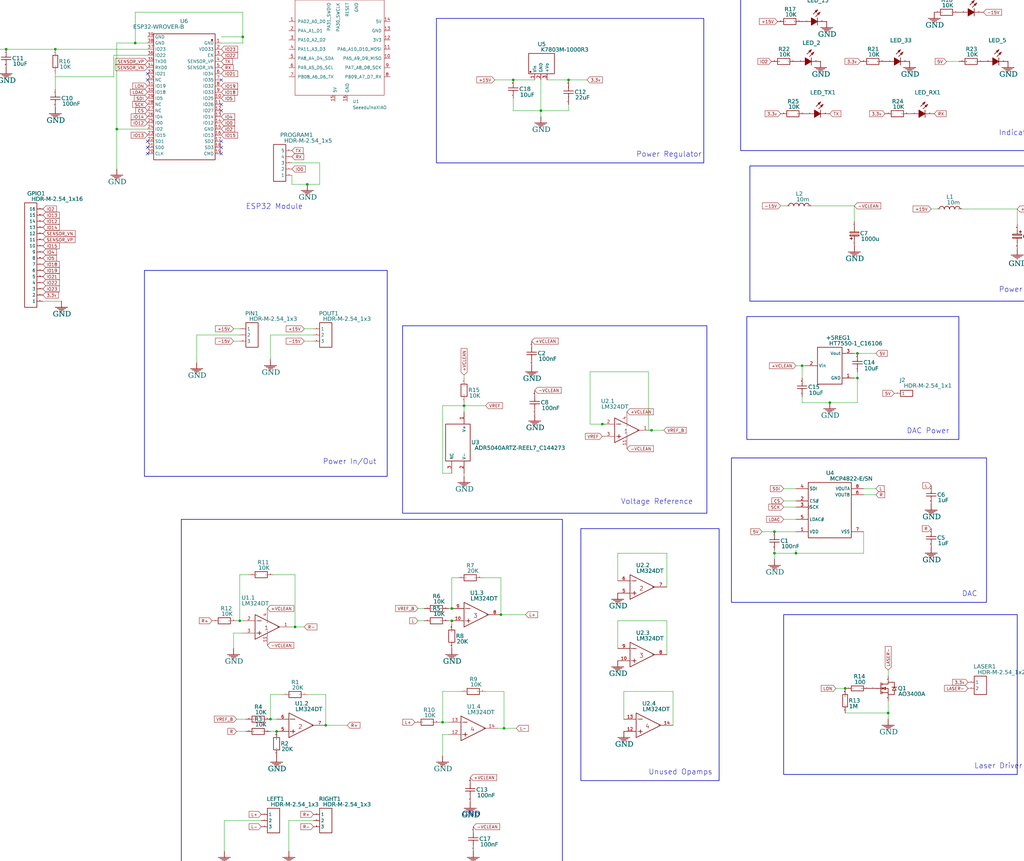
<source format=kicad_sch>
(kicad_sch (version 20231120) (generator "eeschema") (generator_version "8.0")
  (paper "User" 423.164 355.854)
  (junction (at 208.28 300.99))
  (junction (at 234.95 33.02))
  (junction (at 354.33 156.21))
  (junction (at 320.04 219.71))
  (junction (at 22.86 20.32))
  (junction (at 207.01 254))
  (junction (at 182.88 298.45))
  (junction (at 99.06 256.54))
  (junction (at 349.25 284.48))
  (junction (at 342.9 166.37))
  (junction (at 111.76 297.18))
  (junction (at 55.88 17.78))
  (junction (at 186.69 251.46))
  (junction (at 100.33 15.24))
  (junction (at 354.33 146.05))
  (junction (at 367.03 294.64))
  (junction (at 121.92 259.08))
  (junction (at 223.52 45.72))
  (junction (at 2.54 20.32))
  (junction (at 134.62 299.72))
  (junction (at 48.26 53.34))
  (junction (at 269.24 177.8))
  (junction (at 212.09 33.02))
  (junction (at 248.92 175.26))
  (junction (at 320.04 228.6))
  (junction (at 186.69 256.54))
  (junction (at 328.93 228.6))
  (junction (at 331.47 151.13))
  (junction (at 127 76.2))
  (junction (at 114.3 302.26))
  (junction (at 191.77 167.64))
  (no_connect (at 60.96 63.5))
  (no_connect (at 91.44 33.02))
  (no_connect (at 60.96 60.96))
  (no_connect (at 60.96 33.02))
  (no_connect (at 91.44 58.42))
  (no_connect (at 91.44 45.72))
  (no_connect (at 91.44 60.96))
  (no_connect (at 60.96 58.42))
  (no_connect (at 91.44 43.18))
  (no_connect (at 60.96 30.48))
  (no_connect (at 91.44 63.5))
  (wire (pts (xy 127 76.2) (xy 120.65 76.2)))
  (wire (pts (xy 92.71 339.09) (xy 107.95 339.09)))
  (wire (pts (xy 191.77 154.94) (xy 191.77 156.21)))
  (wire (pts (xy 243.84 153.67) (xy 243.84 175.26)))
  (wire (pts (xy 328.93 228.6) (xy 320.04 228.6)))
  (wire (pts (xy 172.72 256.54) (xy 175.26 256.54)))
  (wire (pts (xy 60.96 22.86) (xy 46.99 22.86)))
  (wire (pts (xy 134.62 287.02) (xy 127 287.02)))
  (wire (pts (xy 397.51 86.36) (xy 420.37 86.36)))
  (wire (pts (xy 186.69 238.76) (xy 186.69 251.46)))
  (wire (pts (xy 356.87 201.93) (xy 361.95 201.93)))
  (wire (pts (xy 269.24 177.8) (xy 267.97 177.8)))
  (wire (pts (xy 223.52 45.72) (xy 223.52 48.26)))
  (wire (pts (xy 314.96 219.71) (xy 320.04 219.71)))
  (wire (pts (xy 335.28 85.09) (xy 353.06 85.09)))
  (wire (pts (xy 22.86 30.48) (xy 22.86 36.83)))
  (wire (pts (xy 100.33 17.78) (xy 100.33 15.24)))
  (wire (pts (xy 97.79 256.54) (xy 99.06 256.54)))
  (wire (pts (xy 396.24 25.4) (xy 391.16 25.4)))
  (wire (pts (xy 48.26 17.78) (xy 55.88 17.78)))
  (wire (pts (xy 331.47 163.83) (xy 331.47 166.37)))
  (wire (pts (xy 278.13 299.72) (xy 278.13 285.75)))
  (wire (pts (xy 120.65 76.2) (xy 120.65 72.39)))
  (wire (pts (xy 255.27 228.6) (xy 255.27 240.03)))
  (wire (pts (xy 129.54 138.43) (xy 111.76 138.43)))
  (wire (pts (xy 356.87 228.6) (xy 328.93 228.6)))
  (wire (pts (xy 234.95 33.02) (xy 226.06 33.02)))
  (wire (pts (xy 243.84 175.26) (xy 248.92 175.26)))
  (wire (pts (xy 342.9 166.37) (xy 354.33 166.37)))
  (wire (pts (xy 328.93 209.55) (xy 323.85 209.55)))
  (wire (pts (xy 212.09 33.02) (xy 204.47 33.02)))
  (wire (pts (xy 55.88 5.08) (xy 55.88 17.78)))
  (wire (pts (xy 134.62 299.72) (xy 134.62 287.02)))
  (wire (pts (xy 191.77 195.58) (xy 191.77 196.85)))
  (wire (pts (xy 353.06 156.21) (xy 354.33 156.21)))
  (wire (pts (xy 119.38 339.09) (xy 129.54 339.09)))
  (wire (pts (xy 255.27 256.54) (xy 255.27 267.97)))
  (wire (pts (xy 353.06 85.09) (xy 353.06 91.44)))
  (wire (pts (xy 223.52 33.02) (xy 223.52 45.72)))
  (wire (pts (xy 207.01 254) (xy 207.01 238.76)))
  (wire (pts (xy 111.76 138.43) (xy 111.76 148.59)))
  (wire (pts (xy 354.33 166.37) (xy 354.33 156.21)))
  (wire (pts (xy 331.47 156.21) (xy 331.47 151.13)))
  (wire (pts (xy 328.93 207.01) (xy 323.85 207.01)))
  (wire (pts (xy 113.03 237.49) (xy 121.92 237.49)))
  (wire (pts (xy 331.47 166.37) (xy 342.9 166.37)))
  (wire (pts (xy 275.59 228.6) (xy 255.27 228.6)))
  (wire (pts (xy 190.5 285.75) (xy 182.88 285.75)))
  (wire (pts (xy 328.93 151.13) (xy 331.47 151.13)))
  (wire (pts (xy 328.93 214.63) (xy 323.85 214.63)))
  (wire (pts (xy 349.25 294.64) (xy 367.03 294.64)))
  (wire (pts (xy 384.81 86.36) (xy 387.35 86.36)))
  (wire (pts (xy 267.97 153.67) (xy 243.84 153.67)))
  (wire (pts (xy 99.06 135.89) (xy 96.52 135.89)))
  (wire (pts (xy 143.51 299.72) (xy 134.62 299.72)))
  (wire (pts (xy 55.88 17.78) (xy 60.96 17.78)))
  (wire (pts (xy 267.97 177.8) (xy 267.97 153.67)))
  (wire (pts (xy 185.42 298.45) (xy 182.88 298.45)))
  (wire (pts (xy 172.72 251.46) (xy 175.26 251.46)))
  (wire (pts (xy 191.77 167.64) (xy 191.77 170.18)))
  (wire (pts (xy 186.69 257.81) (xy 186.69 256.54)))
  (wire (pts (xy 97.79 297.18) (xy 101.6 297.18)))
  (wire (pts (xy 212.09 45.72) (xy 223.52 45.72)))
  (wire (pts (xy 367.03 276.86) (xy 367.03 279.4)))
  (wire (pts (xy 100.33 15.24) (xy 100.33 5.08)))
  (wire (pts (xy 320.04 231.14) (xy 320.04 228.6)))
  (wire (pts (xy 22.86 20.32) (xy 60.96 20.32)))
  (wire (pts (xy 248.92 175.26) (xy 250.19 175.26)))
  (wire (pts (xy 81.28 138.43) (xy 81.28 149.86)))
  (wire (pts (xy 46.99 31.75) (xy 22.86 31.75)))
  (wire (pts (xy 275.59 270.51) (xy 275.59 256.54)))
  (wire (pts (xy 102.87 237.49) (xy 99.06 237.49)))
  (wire (pts (xy 320.04 228.6) (xy 320.04 227.33)))
  (wire (pts (xy 129.54 140.97) (xy 125.73 140.97)))
  (wire (pts (xy 208.28 285.75) (xy 200.66 285.75)))
  (wire (pts (xy 328.93 227.33) (xy 328.93 228.6)))
  (wire (pts (xy 212.09 40.64) (xy 212.09 45.72)))
  (wire (pts (xy 323.85 201.93) (xy 328.93 201.93)))
  (wire (pts (xy 96.52 261.62) (xy 96.52 267.97)))
  (wire (pts (xy 101.6 302.26) (xy 97.79 302.26)))
  (wire (pts (xy 182.88 167.64) (xy 191.77 167.64)))
  (wire (pts (xy 91.44 17.78) (xy 100.33 17.78)))
  (wire (pts (xy 367.03 297.18) (xy 367.03 294.64)))
  (wire (pts (xy 322.58 85.09) (xy 325.12 85.09)))
  (wire (pts (xy 121.92 237.49) (xy 121.92 259.08)))
  (wire (pts (xy 217.17 254) (xy 207.01 254)))
  (wire (pts (xy 242.57 33.02) (xy 234.95 33.02)))
  (wire (pts (xy 185.42 303.53) (xy 182.88 303.53)))
  (wire (pts (xy 182.88 303.53) (xy 182.88 312.42)))
  (wire (pts (xy 420.37 86.36) (xy 420.37 92.71)))
  (wire (pts (xy 275.59 242.57) (xy 275.59 228.6)))
  (wire (pts (xy 269.24 177.8) (xy 274.32 177.8)))
  (wire (pts (xy 331.47 151.13) (xy 332.74 151.13)))
  (wire (pts (xy 99.06 138.43) (xy 81.28 138.43)))
  (wire (pts (xy 119.38 351.79) (xy 119.38 339.09)))
  (wire (pts (xy 257.81 285.75) (xy 257.81 297.18)))
  (wire (pts (xy 116.84 287.02) (xy 111.76 287.02)))
  (wire (pts (xy 367.03 294.64) (xy 367.03 289.56)))
  (wire (pts (xy 182.88 285.75) (xy 182.88 298.45)))
  (wire (pts (xy 345.44 284.48) (xy 349.25 284.48)))
  (wire (pts (xy 48.26 53.34) (xy 48.26 69.85)))
  (wire (pts (xy 92.71 351.79) (xy 92.71 339.09)))
  (wire (pts (xy 25.4 124.46) (xy 17.78 124.46)))
  (wire (pts (xy 48.26 53.34) (xy 48.26 17.78)))
  (wire (pts (xy 129.54 135.89) (xy 125.73 135.89)))
  (wire (pts (xy 99.06 140.97) (xy 96.52 140.97)))
  (wire (pts (xy 121.92 259.08) (xy 120.65 259.08)))
  (wire (pts (xy 2.54 20.32) (xy 22.86 20.32)))
  (wire (pts (xy 91.44 15.24) (xy 100.33 15.24)))
  (wire (pts (xy 208.28 300.99) (xy 205.74 300.99)))
  (wire (pts (xy 182.88 195.58) (xy 182.88 167.64)))
  (wire (pts (xy 186.69 256.54) (xy 185.42 256.54)))
  (wire (pts (xy 125.73 259.08) (xy 121.92 259.08)))
  (wire (pts (xy 207.01 238.76) (xy 199.39 238.76)))
  (wire (pts (xy 361.95 146.05) (xy 354.33 146.05)))
  (wire (pts (xy 278.13 285.75) (xy 257.81 285.75)))
  (wire (pts (xy 356.87 219.71) (xy 356.87 228.6)))
  (wire (pts (xy 100.33 5.08) (xy 55.88 5.08)))
  (wire (pts (xy 208.28 285.75) (xy 208.28 300.99)))
  (wire (pts (xy 354.33 146.05) (xy 353.06 146.05)))
  (wire (pts (xy 200.66 167.64) (xy 191.77 167.64)))
  (wire (pts (xy -2.54 20.32) (xy 2.54 20.32)))
  (wire (pts (xy 186.69 195.58) (xy 182.88 195.58)))
  (wire (pts (xy 132.08 67.31) (xy 132.08 76.2)))
  (wire (pts (xy 182.88 298.45) (xy 181.61 298.45)))
  (wire (pts (xy 356.87 204.47) (xy 361.95 204.47)))
  (wire (pts (xy 60.96 53.34) (xy 48.26 53.34)))
  (wire (pts (xy 100.33 261.62) (xy 96.52 261.62)))
  (wire (pts (xy 234.95 43.18) (xy 234.95 45.72)))
  (wire (pts (xy 46.99 22.86) (xy 46.99 31.75)))
  (wire (pts (xy 320.04 219.71) (xy 328.93 219.71)))
  (wire (pts (xy 220.98 33.02) (xy 212.09 33.02)))
  (wire (pts (xy 191.77 166.37) (xy 191.77 167.64)))
  (wire (pts (xy 275.59 256.54) (xy 255.27 256.54)))
  (wire (pts (xy 111.76 297.18) (xy 114.3 297.18)))
  (wire (pts (xy 213.36 300.99) (xy 208.28 300.99)))
  (wire (pts (xy 99.06 237.49) (xy 99.06 256.54)))
  (wire (pts (xy 111.76 302.26) (xy 114.3 302.26)))
  (wire (pts (xy 234.95 45.72) (xy 223.52 45.72)))
  (wire (pts (xy 120.65 67.31) (xy 132.08 67.31)))
  (wire (pts (xy 186.69 251.46) (xy 185.42 251.46)))
  (wire (pts (xy 189.23 238.76) (xy 186.69 238.76)))
  (wire (pts (xy 99.06 256.54) (xy 100.33 256.54)))
  (wire (pts (xy 354.33 156.21) (xy 354.33 153.67)))
  (wire (pts (xy 111.76 287.02) (xy 111.76 297.18)))
  (wire (pts (xy 132.08 76.2) (xy 127 76.2)))
  (rectangle (start 59.69 111.76) (end 160.02 196.85) (stroke (width 0.254)))
  (rectangle (start 323.85 254) (end 420.37 320.04) (stroke (width 0.254)))
  (rectangle (start 306.07 -7.62) (end 445.77 62.23) (stroke (width 0.254)))
  (rectangle (start 166.37 134.62) (end 292.1 212.09) (stroke (width 0.254)))
  (rectangle (start 74.93 214.63) (end 232.41 369.57) (stroke (width 0.254)))
  (rectangle (start 308.61 130.81) (end 396.24 181.61) (stroke (width 0.254)))
  (rectangle (start 302.26 189.23) (end 407.67 248.92) (stroke (width 0.254)))
  (rectangle (start 180.34 7.62) (end 290.83 67.31) (stroke (width 0.254)))
  (rectangle (start 240.03 218.44) (end 297.18 322.58) (stroke (width 0.254)))
  (rectangle (start 309.88 68.58) (end 448.31 124.46) (stroke (width 0.254)))
  (text "ESP32 Module" (at 101.6 84.1883 0) (effects (font (size 2.1717 2.1717)) (justify left top)))
  (text "Power Regulator" (at 262.89 62.5983 0) (effects (font (size 2.1717 2.1717)) (justify left top)))
  (text "Voltage Reference" (at 256.54 206.1083 0) (effects (font (size 2.1717 2.1717)) (justify left top)))
  (text "Power In/Out" (at 133.35 189.5983 0) (effects (font (size 2.1717 2.1717)) (justify left top)))
  (text "GND" (at 191.008 335.9023 0) (effects (font (size 2.1717 2.1717)) (justify left top)))
  (text "Indicator LEDs" (at 412.75 53.7083 0) (effects (font (size 2.1717 2.1717)) (justify left top)))
  (text "Unused Opamps" (at 267.97 317.8683 0) (effects (font (size 2.1717 2.1717)) (justify left top)))
  (text "DAC" (at 397.51 244.2083 0) (effects (font (size 2.1717 2.1717)) (justify left top)))
  (text "Laser Driver" (at 402.59 315.3283 0) (effects (font (size 2.1717 2.1717)) (justify left top)))
  (text "Output Drivers" (at 203.2 361.0483 0) (effects (font (size 2.1717 2.1717)) (justify left top)))
  (text "DAC Power" (at 374.65 176.8983 0) (effects (font (size 2.1717 2.1717)) (justify left top)))
  (text "Power Conditioning" (at 412.75 118.4783 0) (effects (font (size 2.1717 2.1717)) (justify left top)))
  (global_label "R+" (shape input) (at 129.54 336.55 180) (property "Intersheetrefs" "${INTERSHEET_REFS}" (effects (hide yes))))
  (global_label "-15V" (shape input) (at 406.4 5.08 0) (property "Intersheetrefs" "${INTERSHEET_REFS}" (effects (hide yes))))
  (global_label "+VCLEAN" (shape input) (at 328.93 151.13 180) (property "Intersheetrefs" "${INTERSHEET_REFS}" (effects (hide yes))))
  (global_label "SENSOR_VP" (shape input) (at 60.96 25.4 180) (property "Intersheetrefs" "${INTERSHEET_REFS}" (effects (hide yes))))
  (global_label "IO2" (shape input) (at 318.77 25.4 180) (property "Intersheetrefs" "${INTERSHEET_REFS}" (effects (hide yes))))
  (global_label "+VCLEAN" (shape input) (at 219.71 140.97 0) (property "Intersheetrefs" "${INTERSHEET_REFS}" (effects (hide yes))))
  (global_label "3.3v" (shape input) (at -2.54 20.32 180) (property "Intersheetrefs" "${INTERSHEET_REFS}" (effects (hide yes))))
  (global_label "+15V" (shape input) (at 384.81 86.36 180) (property "Intersheetrefs" "${INTERSHEET_REFS}" (effects (hide yes))))
  (global_label "LASER-" (shape input) (at 367.03 276.86 90) (property "Intersheetrefs" "${INTERSHEET_REFS}" (effects (hide yes))))
  (global_label "IO13" (shape input) (at 60.96 55.88 180) (property "Intersheetrefs" "${INTERSHEET_REFS}" (effects (hide yes))))
  (global_label "-VCLEAN" (shape input) (at 353.06 85.09 0) (property "Intersheetrefs" "${INTERSHEET_REFS}" (effects (hide yes))))
  (global_label "LON" (shape input) (at 345.44 284.48 180) (property "Intersheetrefs" "${INTERSHEET_REFS}" (effects (hide yes))))
  (global_label "3.3v" (shape input) (at 365.76 46.99 180) (property "Intersheetrefs" "${INTERSHEET_REFS}" (effects (hide yes))))
  (global_label "IO0" (shape input) (at 91.44 50.8 0) (property "Intersheetrefs" "${INTERSHEET_REFS}" (effects (hide yes))))
  (global_label "TX" (shape input) (at 120.65 62.23 0) (property "Intersheetrefs" "${INTERSHEET_REFS}" (effects (hide yes))))
  (global_label "+VCLEAN" (shape input) (at 191.77 154.94 90) (property "Intersheetrefs" "${INTERSHEET_REFS}" (effects (hide yes))))
  (global_label "IO13" (shape input) (at 17.78 88.9 0) (property "Intersheetrefs" "${INTERSHEET_REFS}" (effects (hide yes))))
  (global_label "IO5" (shape input) (at 17.78 106.68 0) (property "Intersheetrefs" "${INTERSHEET_REFS}" (effects (hide yes))))
  (global_label "VREF" (shape input) (at 200.66 167.64 0) (property "Intersheetrefs" "${INTERSHEET_REFS}" (effects (hide yes))))
  (global_label "IO0" (shape input) (at 120.65 69.85 0) (property "Intersheetrefs" "${INTERSHEET_REFS}" (effects (hide yes))))
  (global_label "IO18" (shape input) (at 17.78 109.22 0) (property "Intersheetrefs" "${INTERSHEET_REFS}" (effects (hide yes))))
  (global_label "IO19" (shape input) (at 17.78 111.76 0) (property "Intersheetrefs" "${INTERSHEET_REFS}" (effects (hide yes))))
  (global_label "VREF" (shape input) (at 248.92 180.34 180) (property "Intersheetrefs" "${INTERSHEET_REFS}" (effects (hide yes))))
  (global_label "SDI" (shape input) (at 60.96 40.64 180) (property "Intersheetrefs" "${INTERSHEET_REFS}" (effects (hide yes))))
  (global_label "RX" (shape input) (at 91.44 27.94 0) (property "Intersheetrefs" "${INTERSHEET_REFS}" (effects (hide yes))))
  (global_label "R" (shape input) (at 384.81 218.44 180) (property "Intersheetrefs" "${INTERSHEET_REFS}" (effects (hide yes))))
  (global_label "5V" (shape input) (at 369.57 162.56 180) (property "Intersheetrefs" "${INTERSHEET_REFS}" (effects (hide yes))))
  (global_label "IO12" (shape input) (at 17.78 91.44 0) (property "Intersheetrefs" "${INTERSHEET_REFS}" (effects (hide yes))))
  (global_label "SENSOR_VN" (shape input) (at 17.78 96.52 0) (property "Intersheetrefs" "${INTERSHEET_REFS}" (effects (hide yes))))
  (global_label "L+" (shape input) (at 107.95 336.55 180) (property "Intersheetrefs" "${INTERSHEET_REFS}" (effects (hide yes))))
  (global_label "-VCLEAN" (shape input) (at 110.49 266.7 0) (property "Intersheetrefs" "${INTERSHEET_REFS}" (effects (hide yes))))
  (global_label "IO18" (shape input) (at 91.44 38.1 0) (property "Intersheetrefs" "${INTERSHEET_REFS}" (effects (hide yes))))
  (global_label "R+" (shape input) (at 87.63 256.54 180) (property "Intersheetrefs" "${INTERSHEET_REFS}" (effects (hide yes))))
  (global_label "IO19" (shape input) (at 91.44 35.56 0) (property "Intersheetrefs" "${INTERSHEET_REFS}" (effects (hide yes))))
  (global_label "VREF_B" (shape input) (at 274.32 177.8 0) (property "Intersheetrefs" "${INTERSHEET_REFS}" (effects (hide yes))))
  (global_label "SDI" (shape input) (at 323.85 201.93 180) (property "Intersheetrefs" "${INTERSHEET_REFS}" (effects (hide yes))))
  (global_label "3.3v" (shape input) (at 400.05 281.94 180) (property "Intersheetrefs" "${INTERSHEET_REFS}" (effects (hide yes))))
  (global_label "IO5" (shape input) (at 91.44 40.64 0) (property "Intersheetrefs" "${INTERSHEET_REFS}" (effects (hide yes))))
  (global_label "L" (shape input) (at 361.95 201.93 0) (property "Intersheetrefs" "${INTERSHEET_REFS}" (effects (hide yes))))
  (global_label "+15V" (shape input) (at 321.31 8.89 180) (property "Intersheetrefs" "${INTERSHEET_REFS}" (effects (hide yes))))
  (global_label "LDAC" (shape input) (at 323.85 214.63 180) (property "Intersheetrefs" "${INTERSHEET_REFS}" (effects (hide yes))))
  (global_label "SCK" (shape input) (at 60.96 43.18 180) (property "Intersheetrefs" "${INTERSHEET_REFS}" (effects (hide yes))))
  (global_label "L+" (shape input) (at 217.17 254 0) (property "Intersheetrefs" "${INTERSHEET_REFS}" (effects (hide yes))))
  (global_label "L" (shape input) (at 172.72 256.54 180) (property "Intersheetrefs" "${INTERSHEET_REFS}" (effects (hide yes))))
  (global_label "+15V" (shape input) (at 125.73 135.89 180) (property "Intersheetrefs" "${INTERSHEET_REFS}" (effects (hide yes))))
  (global_label "IO4" (shape input) (at 91.44 48.26 0) (property "Intersheetrefs" "${INTERSHEET_REFS}" (effects (hide yes))))
  (global_label "TX" (shape input) (at 342.9 46.99 0) (property "Intersheetrefs" "${INTERSHEET_REFS}" (effects (hide yes))))
  (global_label "LDAC" (shape input) (at 60.96 38.1 180) (property "Intersheetrefs" "${INTERSHEET_REFS}" (effects (hide yes))))
  (global_label "IO15" (shape input) (at 17.78 101.6 0) (property "Intersheetrefs" "${INTERSHEET_REFS}" (effects (hide yes))))
  (global_label "5V" (shape input) (at 391.16 25.4 180) (property "Intersheetrefs" "${INTERSHEET_REFS}" (effects (hide yes))))
  (global_label "+15V" (shape input) (at 204.47 33.02 180) (property "Intersheetrefs" "${INTERSHEET_REFS}" (effects (hide yes))))
  (global_label "R+" (shape input) (at 143.51 299.72 0) (property "Intersheetrefs" "${INTERSHEET_REFS}" (effects (hide yes))))
  (global_label "+VCLEAN" (shape input) (at 110.49 251.46 0) (property "Intersheetrefs" "${INTERSHEET_REFS}" (effects (hide yes))))
  (global_label "-15V" (shape input) (at 96.52 140.97 180) (property "Intersheetrefs" "${INTERSHEET_REFS}" (effects (hide yes))))
  (global_label "IO23" (shape input) (at 17.78 119.38 0) (property "Intersheetrefs" "${INTERSHEET_REFS}" (effects (hide yes))))
  (global_label "R-" (shape input) (at 125.73 259.08 0) (property "Intersheetrefs" "${INTERSHEET_REFS}" (effects (hide yes))))
  (global_label "LON" (shape input) (at 60.96 35.56 180) (property "Intersheetrefs" "${INTERSHEET_REFS}" (effects (hide yes))))
  (global_label "-VCLEAN" (shape input) (at 220.98 161.29 0) (property "Intersheetrefs" "${INTERSHEET_REFS}" (effects (hide yes))))
  (global_label "-VCLEAN" (shape input) (at 195.58 341.63 0) (property "Intersheetrefs" "${INTERSHEET_REFS}" (effects (hide yes))))
  (global_label "IO4" (shape input) (at 17.78 104.14 0) (property "Intersheetrefs" "${INTERSHEET_REFS}" (effects (hide yes))))
  (global_label "IO14" (shape input) (at 60.96 48.26 180) (property "Intersheetrefs" "${INTERSHEET_REFS}" (effects (hide yes))))
  (global_label "-15V" (shape input) (at 322.58 85.09 180) (property "Intersheetrefs" "${INTERSHEET_REFS}" (effects (hide yes))))
  (global_label "IO15" (shape input) (at 91.44 55.88 0) (property "Intersheetrefs" "${INTERSHEET_REFS}" (effects (hide yes))))
  (global_label "L-" (shape input) (at 107.95 341.63 180) (property "Intersheetrefs" "${INTERSHEET_REFS}" (effects (hide yes))))
  (global_label "SENSOR_VP" (shape input) (at 17.78 99.06 0) (property "Intersheetrefs" "${INTERSHEET_REFS}" (effects (hide yes))))
  (global_label "SENSOR_VN" (shape input) (at 60.96 27.94 180) (property "Intersheetrefs" "${INTERSHEET_REFS}" (effects (hide yes))))
  (global_label "+15V" (shape input) (at 96.52 135.89 180) (property "Intersheetrefs" "${INTERSHEET_REFS}" (effects (hide yes))))
  (global_label "5V" (shape input) (at 361.95 146.05 0) (property "Intersheetrefs" "${INTERSHEET_REFS}" (effects (hide yes))))
  (global_label "IO12" (shape input) (at 60.96 50.8 180) (property "Intersheetrefs" "${INTERSHEET_REFS}" (effects (hide yes))))
  (global_label "+VCLEAN" (shape input) (at 259.08 170.18 0) (property "Intersheetrefs" "${INTERSHEET_REFS}" (effects (hide yes))))
  (global_label "CS" (shape input) (at 323.85 207.01 180) (property "Intersheetrefs" "${INTERSHEET_REFS}" (effects (hide yes))))
  (global_label "LASER-" (shape input) (at 400.05 284.48 180) (property "Intersheetrefs" "${INTERSHEET_REFS}" (effects (hide yes))))
  (global_label "RX" (shape input) (at 120.65 64.77 0) (property "Intersheetrefs" "${INTERSHEET_REFS}" (effects (hide yes))))
  (global_label "IO22" (shape input) (at 91.44 22.86 0) (property "Intersheetrefs" "${INTERSHEET_REFS}" (effects (hide yes))))
  (global_label "VREF_B" (shape input) (at 172.72 251.46 180) (property "Intersheetrefs" "${INTERSHEET_REFS}" (effects (hide yes))))
  (global_label "IO14" (shape input) (at 17.78 93.98 0) (property "Intersheetrefs" "${INTERSHEET_REFS}" (effects (hide yes))))
  (global_label "+VCLEAN" (shape input) (at 420.37 86.36 0) (property "Intersheetrefs" "${INTERSHEET_REFS}" (effects (hide yes))))
  (global_label "+VCLEAN" (shape input) (at 194.31 321.31 0) (property "Intersheetrefs" "${INTERSHEET_REFS}" (effects (hide yes))))
  (global_label "IO2" (shape input) (at 17.78 86.36 0) (property "Intersheetrefs" "${INTERSHEET_REFS}" (effects (hide yes))))
  (global_label "R" (shape input) (at 97.79 302.26 180) (property "Intersheetrefs" "${INTERSHEET_REFS}" (effects (hide yes))))
  (global_label "IO21" (shape input) (at 91.44 30.48 0) (property "Intersheetrefs" "${INTERSHEET_REFS}" (effects (hide yes))))
  (global_label "3.3v" (shape input) (at 322.58 46.99 180) (property "Intersheetrefs" "${INTERSHEET_REFS}" (effects (hide yes))))
  (global_label "CS" (shape input) (at 60.96 45.72 180) (property "Intersheetrefs" "${INTERSHEET_REFS}" (effects (hide yes))))
  (global_label "L-" (shape input) (at 213.36 300.99 0) (property "Intersheetrefs" "${INTERSHEET_REFS}" (effects (hide yes))))
  (global_label "IO2" (shape input) (at 91.44 53.34 0) (property "Intersheetrefs" "${INTERSHEET_REFS}" (effects (hide yes))))
  (global_label "RX" (shape input) (at 386.08 46.99 0) (property "Intersheetrefs" "${INTERSHEET_REFS}" (effects (hide yes))))
  (global_label "TX" (shape input) (at 91.44 25.4 0) (property "Intersheetrefs" "${INTERSHEET_REFS}" (effects (hide yes))))
  (global_label "3.3v" (shape input) (at 17.78 121.92 0) (property "Intersheetrefs" "${INTERSHEET_REFS}" (effects (hide yes))))
  (global_label "IO23" (shape input) (at 91.44 20.32 0) (property "Intersheetrefs" "${INTERSHEET_REFS}" (effects (hide yes))))
  (global_label "IO22" (shape input) (at 17.78 116.84 0) (property "Intersheetrefs" "${INTERSHEET_REFS}" (effects (hide yes))))
  (global_label "3.3v" (shape input) (at 355.6 25.4 180) (property "Intersheetrefs" "${INTERSHEET_REFS}" (effects (hide yes))))
  (global_label "IO21" (shape input) (at 17.78 114.3 0) (property "Intersheetrefs" "${INTERSHEET_REFS}" (effects (hide yes))))
  (global_label "L+" (shape input) (at 171.45 298.45 180) (property "Intersheetrefs" "${INTERSHEET_REFS}" (effects (hide yes))))
  (global_label "SCK" (shape input) (at 323.85 209.55 180) (property "Intersheetrefs" "${INTERSHEET_REFS}" (effects (hide yes))))
  (global_label "R" (shape input) (at 361.95 204.47 0) (property "Intersheetrefs" "${INTERSHEET_REFS}" (effects (hide yes))))
  (global_label "-VCLEAN" (shape input) (at 259.08 185.42 0) (property "Intersheetrefs" "${INTERSHEET_REFS}" (effects (hide yes))))
  (global_label "L" (shape input) (at 384.81 200.66 180) (property "Intersheetrefs" "${INTERSHEET_REFS}" (effects (hide yes))))
  (global_label "-15V" (shape input) (at 125.73 140.97 180) (property "Intersheetrefs" "${INTERSHEET_REFS}" (effects (hide yes))))
  (global_label "VREF_B" (shape input) (at 97.79 297.18 180) (property "Intersheetrefs" "${INTERSHEET_REFS}" (effects (hide yes))))
  (global_label "5V" (shape input) (at 314.96 219.71 180) (property "Intersheetrefs" "${INTERSHEET_REFS}" (effects (hide yes))))
  (global_label "R-" (shape input) (at 129.54 341.63 180) (property "Intersheetrefs" "${INTERSHEET_REFS}" (effects (hide yes))))
  (global_label "3.3v" (shape input) (at 242.57 33.02 0) (property "Intersheetrefs" "${INTERSHEET_REFS}" (effects (hide yes))))
  (symbol (lib_id "R_0603_EU_16") (at 326.39 8.89 0) (unit 0)
    (property "Reference" "R17" (at 324.231 2.9845 0) (effects (font (size 1.6891 1.6891)) (justify left top)))
    (property "Value" "10K" (at 324.231 5.1689 0) (effects (font (size 1.6891 1.6891)) (justify left top)))
  )
  (symbol (lib_id "LM324DT_1") (at 124.46 299.72 0) (unit 0)
    (property "Reference" "U1.2" (at 121.9708 289.9029 0) (effects (font (size 1.6891 1.6891)) (justify left top)))
    (property "Value" "LM324DT" (at 121.9708 292.1889 0) (effects (font (size 1.6891 1.6891)) (justify left top)))
    (property "Manufacturer Part" "LM324DT" (effects (hide yes)))
    (property "Manufacturer" "STMicroelectronics" (effects (hide yes)))
    (property "Supplier Part" "C71035" (effects (hide yes)))
    (property "Supplier" "LCSC" (effects (hide yes)))
  )
  (symbol (lib_id "GND") (at 342.9 166.37 0) (unit 0)
    (property "Reference" "#PWR0118" (effects (hide yes)))
    (property "Value" "GND" (at 339.598 172.974 0) (effects (font (size 2.1717 2.1717)) (justify left bottom)))
    (property "Description" "Power symbol creates a global label with name 'GND'" (effects (hide yes)))
  )
  (symbol (lib_id "CL05A106MQ5NUNC") (at 2.54 24.13 0) (unit 0)
    (property "Reference" "C11" (at 5.08 23.2791 0) (effects (font (size 1.6891 1.6891)) (justify left top)))
    (property "Value" "10uF" (at 5.08 25.4889 0) (effects (font (size 1.6891 1.6891)) (justify left top)))
    (property "Manufacturer Part" "CL05A106MQ5NUNC" (effects (hide yes)))
    (property "Manufacturer" "SAMSUNG" (effects (hide yes)))
    (property "Supplier Part" "C15525" (effects (hide yes)))
    (property "Supplier" "LCSC" (effects (hide yes)))
  )
  (symbol (lib_id "CC0603KRX7R9BB104_3") (at 195.58 346.71 0) (unit 0)
    (property "Reference" "C17" (at 198.12 345.8337 0) (effects (font (size 1.6891 1.6891)) (justify left top)))
    (property "Value" "100nF" (at 198.12 348.1197 0) (effects (font (size 1.6891 1.6891)) (justify left top)))
    (property "Manufacturer Part" "CC0603KRX7R9BB104" (effects (hide yes)))
    (property "Manufacturer" "YAGEO" (effects (hide yes)))
    (property "Supplier Part" "C14663" (effects (hide yes)))
    (property "Supplier" "LCSC" (effects (hide yes)))
  )
  (symbol (lib_id "GND") (at 96.52 267.97 0) (unit 0)
    (property "Reference" "#PWR0130" (effects (hide yes)))
    (property "Value" "GND" (at 93.218 274.574 0) (effects (font (size 2.1717 2.1717)) (justify left bottom)))
    (property "Description" "Power symbol creates a global label with name 'GND'" (effects (hide yes)))
  )
  (symbol (lib_id "0603WAF1000T5E") (at 354.33 284.48 0) (unit 0)
    (property "Reference" "R14" (at 352.8314 278.7269 0) (effects (font (size 1.6891 1.6891)) (justify left top)))
    (property "Value" "100" (at 352.8314 281.0129 0) (effects (font (size 1.6891 1.6891)) (justify left top)))
    (property "Manufacturer Part" "0603WAF1000T5E" (effects (hide yes)))
    (property "Manufacturer" "UniOhm" (effects (hide yes)))
    (property "Supplier Part" "C22775" (effects (hide yes)))
    (property "Supplier" "LCSC" (effects (hide yes)))
  )
  (symbol (lib_id "GND") (at 25.4 124.46 0) (unit 0)
    (property "Reference" "#PWR0134" (effects (hide yes)))
    (property "Value" "GND" (at 22.098 131.064 0) (effects (font (size 2.1717 2.1717)) (justify left bottom)))
    (property "Description" "Power symbol creates a global label with name 'GND'" (effects (hide yes)))
  )
  (symbol (lib_id "R_0603_EU_14") (at 370.84 46.99 0) (unit 0)
    (property "Reference" "R24" (at 368.681 41.0845 0) (effects (font (size 1.6891 1.6891)) (justify left top)))
    (property "Value" "10K" (at 368.681 43.2689 0) (effects (font (size 1.6891 1.6891)) (justify left top)))
  )
  (symbol (lib_id "GND") (at 384.81 226.06 0) (unit 0)
    (property "Reference" "#PWR0106" (effects (hide yes)))
    (property "Value" "GND" (at 381.508 232.664 0) (effects (font (size 2.1717 2.1717)) (justify left bottom)))
    (property "Description" "Power symbol creates a global label with name 'GND'" (effects (hide yes)))
  )
  (symbol (lib_id "R_0603_EU_9") (at 176.53 298.45 0) (unit 0)
    (property "Reference" "R10" (at 175.0314 292.5445 0) (effects (font (size 1.6891 1.6891)) (justify left top)))
    (property "Value" "10K" (at 175.0314 294.7289 0) (effects (font (size 1.6891 1.6891)) (justify left top)))
  )
  (symbol (lib_id "CL21A106KAYNNNE_1") (at 331.47 160.02 0) (unit 0)
    (property "Reference" "C15" (at 334.01 159.1183 0) (effects (font (size 1.6891 1.6891)) (justify left top)))
    (property "Value" "10uF" (at 334.01 161.5313 0) (effects (font (size 1.6891 1.6891)) (justify left top)))
    (property "Manufacturer Part" "CL21A106KAYNNNE" (effects (hide yes)))
    (property "Manufacturer" "SAMSUNG" (effects (hide yes)))
    (property "Supplier Part" "C15850" (effects (hide yes)))
    (property "Supplier" "LCSC" (effects (hide yes)))
  )
  (symbol (lib_id "CL05B104KO5NNNC") (at 320.04 223.52 0) (unit 0)
    (property "Reference" "C1" (at 322.58 222.6691 0) (effects (font (size 1.6891 1.6891)) (justify left top)))
    (property "Value" "100nF" (at 322.58 224.8789 0) (effects (font (size 1.6891 1.6891)) (justify left top)))
    (property "Manufacturer Part" "CL05B104KO5NNNC" (effects (hide yes)))
    (property "Manufacturer" "SAMSUNG" (effects (hide yes)))
    (property "Supplier Part" "C1525" (effects (hide yes)))
    (property "Supplier" "LCSC" (effects (hide yes)))
  )
  (symbol (lib_id "GND") (at 114.3 312.42 0) (unit 0)
    (property "Reference" "#PWR0123" (effects (hide yes)))
    (property "Value" "GND" (at 110.998 319.024 0) (effects (font (size 2.1717 2.1717)) (justify left bottom)))
    (property "Description" "Power symbol creates a global label with name 'GND'" (effects (hide yes)))
  )
  (symbol (lib_id "GND") (at 320.04 231.14 0) (unit 0)
    (property "Reference" "#PWR0104" (effects (hide yes)))
    (property "Value" "GND" (at 316.738 237.744 0) (effects (font (size 2.1717 2.1717)) (justify left bottom)))
    (property "Description" "Power symbol creates a global label with name 'GND'" (effects (hide yes)))
  )
  (symbol (lib_id "GND") (at 195.58 351.79 0) (unit 0)
    (property "Reference" "#PWR0129" (effects (hide yes)))
    (property "Value" "GND" (at 192.278 358.394 0) (effects (font (size 2.1717 2.1717)) (justify left bottom)))
    (property "Description" "Power symbol creates a global label with name 'GND'" (effects (hide yes)))
  )
  (symbol (lib_id "MCP4822-E/SN") (at 342.9 210.82 0) (unit 0)
    (property "Reference" "U4" (at 341.4014 194.6529 0) (effects (font (size 1.6891 1.6891)) (justify left top)))
    (property "Value" "MCP4822-E/SN" (at 341.4014 196.9389 0) (effects (font (size 1.6891 1.6891)) (justify left top)))
    (property "Manufacturer Part" "MCP4822-E/SN" (effects (hide yes)))
    (property "Manufacturer" "MICROCHIP" (effects (hide yes)))
    (property "Supplier Part" "C16040" (effects (hide yes)))
    (property "Supplier" "LCSC" (effects (hide yes)))
  )
  (symbol (lib_id "LM324DT_7") (at 267.97 299.72 0) (unit 0)
    (property "Reference" "U2.4" (at 265.4808 289.9029 0) (effects (font (size 1.6891 1.6891)) (justify left top)))
    (property "Value" "LM324DT" (at 265.4808 292.1889 0) (effects (font (size 1.6891 1.6891)) (justify left top)))
    (property "Manufacturer Part" "LM324DT" (effects (hide yes)))
    (property "Manufacturer" "STMicroelectronics" (effects (hide yes)))
    (property "Supplier Part" "C71035" (effects (hide yes)))
    (property "Supplier" "LCSC" (effects (hide yes)))
  )
  (symbol (lib_id "HDR-M-2.54_1x16") (at 12.7 104.14 0) (unit 0)
    (property "Reference" "GPIO1" (at 11.2776 79.1591 0) (effects (font (size 1.6891 1.6891)) (justify left top)))
    (property "Value" "HDR-M-2.54_1x16" (at 11.2776 81.3689 0) (effects (font (size 1.6891 1.6891)) (justify left top)))
    (property "Supplier Part" "C50981" (effects (hide yes)))
    (property "Supplier" "LCSC" (effects (hide yes)))
  )
  (symbol (lib_id "19-213/Y2C-CQ2R2L/3T(CY)_3") (at 370.84 24.13 0) (unit 0)
    (property "Reference" "LED_33" (at 367.8936 15.8369 0) (effects (font (size 1.6891 1.6891)) (justify left top)))
    (property "Value" "19-213/Y2C-CQ2R2L/3T(CY)" (effects (hide yes)))
    (property "Manufacturer Part" "19-213/Y2C-CQ2R2L/3T(CY)" (effects (hide yes)))
    (property "Manufacturer" "EVERLIGHT" (effects (hide yes)))
    (property "Supplier Part" "C72038" (effects (hide yes)))
    (property "Supplier" "LCSC" (effects (hide yes)))
  )
  (symbol (lib_id "R_0603_EU_18") (at 107.95 237.49 0) (unit 0)
    (property "Reference" "R11" (at 106.4514 231.5845 0) (effects (font (size 1.6891 1.6891)) (justify left top)))
    (property "Value" "10K" (at 106.4514 233.7689 0) (effects (font (size 1.6891 1.6891)) (justify left top)))
  )
  (symbol (lib_id "CE_TH_D12.5×F5.0_EU_1") (at 420.37 97.79 0) (unit 0)
    (property "Reference" "C9" (at 422.7068 96.9137 0) (effects (font (size 1.6891 1.6891)) (justify left top)))
    (property "Value" "1000u" (at 422.6814 99.1997 0) (effects (font (size 1.6891 1.6891)) (justify left top)))
  )
  (symbol (lib_id "19-213/Y2C-CQ2R2L/3T(CY)") (at 381 45.72 0) (unit 0)
    (property "Reference" "LED_RX1" (at 378.0536 37.4269 0) (effects (font (size 1.6891 1.6891)) (justify left top)))
    (property "Value" "19-213/Y2C-CQ2R2L/3T(CY)" (effects (hide yes)))
    (property "Manufacturer Part" "19-213/Y2C-CQ2R2L/3T(CY)" (effects (hide yes)))
    (property "Manufacturer" "EVERLIGHT" (effects (hide yes)))
    (property "Supplier Part" "C72038" (effects (hide yes)))
    (property "Supplier" "LCSC" (effects (hide yes)))
  )
  (symbol (lib_id "GND") (at 194.31 331.47 0) (unit 0)
    (property "Reference" "#PWR0128" (effects (hide yes)))
    (property "Value" "GND" (at 191.008 338.074 0) (effects (font (size 2.1717 2.1717)) (justify left bottom)))
    (property "Description" "Power symbol creates a global label with name 'GND'" (effects (hide yes)))
  )
  (symbol (lib_id "GND") (at 420.37 102.87 0) (unit 0)
    (property "Reference" "#PWR0119" (effects (hide yes)))
    (property "Value" "GND" (at 417.068 110.236 0) (effects (font (size 2.1717 2.1717)) (justify left bottom)))
    (property "Description" "Power symbol creates a global label with name 'GND'" (effects (hide yes)))
  )
  (symbol (lib_id "CL05B104KO5NNNC_1") (at 22.86 40.64 0) (unit 0)
    (property "Reference" "C10" (at 25.4 39.7891 0) (effects (font (size 1.6891 1.6891)) (justify left top)))
    (property "Value" "100nF" (at 25.4 41.9989 0) (effects (font (size 1.6891 1.6891)) (justify left top)))
    (property "Manufacturer Part" "CL05B104KO5NNNC" (effects (hide yes)))
    (property "Manufacturer" "SAMSUNG" (effects (hide yes)))
    (property "Supplier Part" "C1525" (effects (hide yes)))
    (property "Supplier" "LCSC" (effects (hide yes)))
  )
  (symbol (lib_id "LM324DT") (at 110.49 259.08 0) (unit 0)
    (property "Reference" "U1.1" (at 99.822 246.2149 0) (effects (font (size 1.6891 1.6891)) (justify left top)))
    (property "Value" "LM324DT" (at 99.822 248.5009 0) (effects (font (size 1.6891 1.6891)) (justify left top)))
    (property "Manufacturer Part" "LM324DT" (effects (hide yes)))
    (property "Manufacturer" "STMicroelectronics" (effects (hide yes)))
    (property "Supplier Part" "C71035" (effects (hide yes)))
    (property "Supplier" "LCSC" (effects (hide yes)))
  )
  (symbol (lib_id "19-213/Y2C-CQ2R2L/3T(CY)_4") (at 334.01 24.13 0) (unit 0)
    (property "Reference" "LED_2" (at 331.6732 16.9037 0) (effects (font (size 1.6891 1.6891)) (justify left top)))
    (property "Value" "19-213/Y2C-CQ2R2L/3T(CY)" (effects (hide yes)))
    (property "Manufacturer Part" "19-213/Y2C-CQ2R2L/3T(CY)" (effects (hide yes)))
    (property "Manufacturer" "EVERLIGHT" (effects (hide yes)))
    (property "Supplier Part" "C72038" (effects (hide yes)))
    (property "Supplier" "LCSC" (effects (hide yes)))
  )
  (symbol (lib_id "CC0603KRX7R9BB104_1") (at 220.98 166.37 0) (unit 0)
    (property "Reference" "C8" (at 223.52 165.4937 0) (effects (font (size 1.6891 1.6891)) (justify left top)))
    (property "Value" "100nF" (at 223.52 167.7797 0) (effects (font (size 1.6891 1.6891)) (justify left top)))
    (property "Manufacturer Part" "CC0603KRX7R9BB104" (effects (hide yes)))
    (property "Manufacturer" "YAGEO" (effects (hide yes)))
    (property "Supplier Part" "C14663" (effects (hide yes)))
    (property "Supplier" "LCSC" (effects (hide yes)))
  )
  (symbol (lib_id "GND") (at 257.81 302.26 0) (unit 0)
    (property "Reference" "#PWR0103" (effects (hide yes)))
    (property "Value" "GND" (at 254.508 308.864 0) (effects (font (size 2.1717 2.1717)) (justify left bottom)))
    (property "Description" "Power symbol creates a global label with name 'GND'" (effects (hide yes)))
  )
  (symbol (lib_id "R_0603_EU") (at 121.92 287.02 0) (unit 0)
    (property "Reference" "R1" (at 120.4214 281.1145 0) (effects (font (size 1.6891 1.6891)) (justify left top)))
    (property "Value" "20K" (at 120.4214 283.2989 0) (effects (font (size 1.6891 1.6891)) (justify left top)))
  )
  (symbol (lib_id "GND") (at 255.27 273.05 0) (unit 0)
    (property "Reference" "#PWR0101" (effects (hide yes)))
    (property "Value" "GND" (at 251.968 279.654 0) (effects (font (size 2.1717 2.1717)) (justify left bottom)))
    (property "Description" "Power symbol creates a global label with name 'GND'" (effects (hide yes)))
  )
  (symbol (lib_id "GND") (at 367.03 297.18 0) (unit 0)
    (property "Reference" "#PWR0121" (effects (hide yes)))
    (property "Value" "GND" (at 363.728 303.784 0) (effects (font (size 2.1717 2.1717)) (justify left bottom)))
    (property "Description" "Power symbol creates a global label with name 'GND'" (effects (hide yes)))
  )
  (symbol (lib_id "R_0603_EU_12") (at 360.68 25.4 0) (unit 0)
    (property "Reference" "R21" (at 358.521 19.4945 0) (effects (font (size 1.6891 1.6891)) (justify left top)))
    (property "Value" "10K" (at 358.521 21.6789 0) (effects (font (size 1.6891 1.6891)) (justify left top)))
  )
  (symbol (lib_id "HDR-M-2.54_1x3_1") (at 133.35 138.43 0) (unit 0)
    (property "Reference" "POUT1" (at 131.8514 128.7145 0) (effects (font (size 1.6891 1.6891)) (justify left top)))
    (property "Value" "HDR-M-2.54_1x3" (at 131.8514 130.8989 0) (effects (font (size 1.6891 1.6891)) (justify left top)))
    (property "Supplier Part" "C180248" (effects (hide yes)))
    (property "Supplier" "LCSC" (effects (hide yes)))
  )
  (symbol (lib_id "GND") (at 386.08 5.08 0) (unit 0)
    (property "Reference" "#PWR0117" (effects (hide yes)))
    (property "Value" "GND" (at 382.778 11.684 0) (effects (font (size 2.1717 2.1717)) (justify left bottom)))
    (property "Description" "Power symbol creates a global label with name 'GND'" (effects (hide yes)))
  )
  (symbol (lib_id "AO3400A") (at 364.49 284.48 0) (unit 0)
    (property "Reference" "Q1" (at 371.094 283.6291 0) (effects (font (size 1.6891 1.6891)) (justify left top)))
    (property "Value" "AO3400A" (at 371.094 285.9151 0) (effects (font (size 1.6891 1.6891)) (justify left top)))
    (property "Manufacturer Part" "AO3400A" (effects (hide yes)))
    (property "Manufacturer" "AOS" (effects (hide yes)))
    (property "Supplier Part" "C20917" (effects (hide yes)))
    (property "Supplier" "LCSC" (effects (hide yes)))
  )
  (symbol (lib_id "R_0603_EU_19") (at 92.71 256.54 0) (unit 0)
    (property "Reference" "R12" (at 91.2114 250.6345 0) (effects (font (size 1.6891 1.6891)) (justify left top)))
    (property "Value" "10K" (at 91.2114 252.8189 0) (effects (font (size 1.6891 1.6891)) (justify left top)))
  )
  (symbol (lib_id "CC0603KRX7R9BB104") (at 219.71 146.05 0) (unit 0)
    (property "Reference" "C2" (at 222.25 145.1737 0) (effects (font (size 1.6891 1.6891)) (justify left top)))
    (property "Value" "100nF" (at 222.25 147.4597 0) (effects (font (size 1.6891 1.6891)) (justify left top)))
    (property "Manufacturer Part" "CC0603KRX7R9BB104" (effects (hide yes)))
    (property "Manufacturer" "YAGEO" (effects (hide yes)))
    (property "Supplier Part" "C14663" (effects (hide yes)))
    (property "Supplier" "LCSC" (effects (hide yes)))
  )
  (symbol (lib_id "ESP32-WROVER-B") (at 76.2 40.64 0) (mirror y) (unit 0)
    (property "Reference" "U6" (at 77.6986 7.9121 0) (effects (font (size 1.6891 1.6891)) (justify left top)))
    (property "Value" "ESP32-WROVER-B" (at 77.6986 10.1981 0) (effects (font (size 1.6891 1.6891)) (justify left top)))
    (property "Manufacturer Part" "ESP32-WROVER-B" (effects (hide yes)))
    (property "Manufacturer" "Espressif Systems" (effects (hide yes)))
    (property "Supplier Part" "C503591" (effects (hide yes)))
    (property "Supplier" "LCSC" (effects (hide yes)))
  )
  (symbol (lib_id "R_0603_EU_8") (at 195.58 285.75 0) (unit 0)
    (property "Reference" "R9" (at 194.0814 279.8445 0) (effects (font (size 1.6891 1.6891)) (justify left top)))
    (property "Value" "10K" (at 194.0814 282.0289 0) (effects (font (size 1.6891 1.6891)) (justify left top)))
  )
  (symbol (lib_id "GND") (at 223.52 48.26 0) (unit 0)
    (property "Reference" "#PWR0107" (effects (hide yes)))
    (property "Value" "GND" (at 220.218 54.864 0) (effects (font (size 2.1717 2.1717)) (justify left bottom)))
    (property "Description" "Power symbol creates a global label with name 'GND'" (effects (hide yes)))
  )
  (symbol (lib_id "L_AXIAL-0.6_US") (at 330.2 85.09 0) (unit 0)
    (property "Reference" "L2" (at 328.9046 79.2607 0) (effects (font (size 1.6891 1.6891)) (justify left top)))
    (property "Value" "10m" (at 328.8792 81.5467 0) (effects (font (size 1.6891 1.6891)) (justify left top)))
  )
  (symbol (lib_id "GND") (at 127 76.2 0) (unit 0)
    (property "Reference" "#PWR0124" (effects (hide yes)))
    (property "Value" "GND" (at 123.698 82.804 0) (effects (font (size 2.1717 2.1717)) (justify left bottom)))
    (property "Description" "Power symbol creates a global label with name 'GND'" (effects (hide yes)))
  )
  (symbol (lib_id "HDR-M-2.54_1x3_3") (at 111.76 339.09 0) (unit 0)
    (property "Reference" "LEFT1" (at 110.2614 329.3745 0) (effects (font (size 1.6891 1.6891)) (justify left top)))
    (property "Value" "HDR-M-2.54_1x3" (at 110.2614 331.5589 0) (effects (font (size 1.6891 1.6891)) (justify left top)))
    (property "Supplier Part" "C180248" (effects (hide yes)))
    (property "Supplier" "LCSC" (effects (hide yes)))
  )
  (symbol (lib_id "K7803M-1000R3") (at 223.52 27.94 0) (unit 0)
    (property "Reference" "U5" (at 222.2754 17.4371 0) (effects (font (size 1.6891 1.6891)) (justify left top)))
    (property "Value" "K7803M-1000R3" (at 222.2754 19.6469 0) (effects (font (size 1.6891 1.6891)) (justify left top)))
    (property "Manufacturer Part" "K7803M-1000R3" (effects (hide yes)))
    (property "Manufacturer" "MORNSUN" (effects (hide yes)))
    (property "Supplier Part" "C132363" (effects (hide yes)))
    (property "Supplier" "LCSC" (effects (hide yes)))
  )
  (symbol (lib_id "19-213/Y2C-CQ2R2L/3T(CY)_5") (at 336.55 7.62 0) (unit 0)
    (property "Reference" "LED_15" (at 333.6036 -0.6731 0) (effects (font (size 1.6891 1.6891)) (justify left top)))
    (property "Value" "19-213/Y2C-CQ2R2L/3T(CY)" (effects (hide yes)))
    (property "Manufacturer Part" "19-213/Y2C-CQ2R2L/3T(CY)" (effects (hide yes)))
    (property "Manufacturer" "EVERLIGHT" (effects (hide yes)))
    (property "Supplier Part" "C72038" (effects (hide yes)))
    (property "Supplier" "LCSC" (effects (hide yes)))
  )
  (symbol (lib_id "R_0603_EU_10") (at 191.77 161.29 0) (unit 0)
    (property "Reference" "R15" (at 193.548 160.3629 0) (effects (font (size 1.6891 1.6891)) (justify left top)))
    (property "Value" "10K" (at 193.548 162.6489 0) (effects (font (size 1.6891 1.6891)) (justify left top)))
  )
  (symbol (lib_id "GND") (at 341.63 8.89 0) (unit 0)
    (property "Reference" "#PWR0116" (effects (hide yes)))
    (property "Value" "GND" (at 338.328 15.494 0) (effects (font (size 2.1717 2.1717)) (justify left bottom)))
    (property "Description" "Power symbol creates a global label with name 'GND'" (effects (hide yes)))
  )
  (symbol (lib_id "CL10A105KB8NNNC_1") (at 384.81 204.47 0) (unit 0)
    (property "Reference" "C6" (at 387.35 203.6191 0) (effects (font (size 1.6891 1.6891)) (justify left top)))
    (property "Value" "1uF" (at 387.35 205.8289 0) (effects (font (size 1.6891 1.6891)) (justify left top)))
    (property "Manufacturer Part" "CL10A105KB8NNNC" (effects (hide yes)))
    (property "Manufacturer" "SAMSUNG" (effects (hide yes)))
    (property "Supplier Part" "C15849" (effects (hide yes)))
    (property "Supplier" "LCSC" (effects (hide yes)))
  )
  (symbol (lib_id "R_0603_EU_17") (at 391.16 5.08 0) (unit 0)
    (property "Reference" "R18" (at 389.001 -0.8255 0) (effects (font (size 1.6891 1.6891)) (justify left top)))
    (property "Value" "10K" (at 389.001 1.3589 0) (effects (font (size 1.6891 1.6891)) (justify left top)))
  )
  (symbol (lib_id "CC0603KRX7R9BB104_2") (at 194.31 326.39 0) (unit 0)
    (property "Reference" "C13" (at 196.85 325.5137 0) (effects (font (size 1.6891 1.6891)) (justify left top)))
    (property "Value" "100nF" (at 196.85 327.7997 0) (effects (font (size 1.6891 1.6891)) (justify left top)))
    (property "Manufacturer Part" "CC0603KRX7R9BB104" (effects (hide yes)))
    (property "Manufacturer" "YAGEO" (effects (hide yes)))
    (property "Supplier Part" "C14663" (effects (hide yes)))
    (property "Supplier" "LCSC" (effects (hide yes)))
  )
  (symbol (lib_id "HDR-M-2.54_1x1") (at 373.38 162.56 0) (unit 0)
    (property "Reference" "J2" (at 371.8814 156.2227 0) (effects (font (size 1.6891 1.6891)) (justify left top)))
    (property "Value" "HDR-M-2.54_1x1" (at 371.8814 158.5087 0) (effects (font (size 1.6891 1.6891)) (justify left top)))
    (property "Supplier Part" "C81276" (effects (hide yes)))
    (property "Supplier" "LCSC" (effects (hide yes)))
  )
  (symbol (lib_id "GND") (at 220.98 171.45 0) (unit 0)
    (property "Reference" "#PWR0109" (effects (hide yes)))
    (property "Value" "GND" (at 217.678 178.054 0) (effects (font (size 2.1717 2.1717)) (justify left bottom)))
    (property "Description" "Power symbol creates a global label with name 'GND'" (effects (hide yes)))
  )
  (symbol (lib_id "R_0603_EU_15") (at 327.66 46.99 0) (unit 0)
    (property "Reference" "R25" (at 325.501 41.0845 0) (effects (font (size 1.6891 1.6891)) (justify left top)))
    (property "Value" "10K" (at 325.501 43.2689 0) (effects (font (size 1.6891 1.6891)) (justify left top)))
  )
  (symbol (lib_id "19-213/Y2C-CQ2R2L/3T(CY)_2") (at 411.48 24.13 0) (unit 0)
    (property "Reference" "LED_5" (at 408.5336 15.8369 0) (effects (font (size 1.6891 1.6891)) (justify left top)))
    (property "Value" "19-213/Y2C-CQ2R2L/3T(CY)" (effects (hide yes)))
    (property "Manufacturer Part" "19-213/Y2C-CQ2R2L/3T(CY)" (effects (hide yes)))
    (property "Manufacturer" "EVERLIGHT" (effects (hide yes)))
    (property "Supplier Part" "C72038" (effects (hide yes)))
    (property "Supplier" "LCSC" (effects (hide yes)))
  )
  (symbol (lib_id "GND") (at 111.76 148.59 0) (unit 0)
    (property "Reference" "#PWR0125" (effects (hide yes)))
    (property "Value" "GND" (at 108.458 155.194 0) (effects (font (size 2.1717 2.1717)) (justify left bottom)))
    (property "Description" "Power symbol creates a global label with name 'GND'" (effects (hide yes)))
  )
  (symbol (lib_id "GND") (at 353.06 101.6 0) (unit 0)
    (property "Reference" "#PWR0120" (effects (hide yes)))
    (property "Value" "GND" (at 349.758 108.204 0) (effects (font (size 2.1717 2.1717)) (justify left bottom)))
    (property "Description" "Power symbol creates a global label with name 'GND'" (effects (hide yes)))
  )
  (symbol (lib_id "L_AXIAL-0.6_US_1") (at 392.43 86.36 0) (unit 0)
    (property "Reference" "L1" (at 391.1346 80.5307 0) (effects (font (size 1.6891 1.6891)) (justify left top)))
    (property "Value" "10m" (at 391.1092 82.8167 0) (effects (font (size 1.6891 1.6891)) (justify left top)))
  )
  (symbol (lib_id "GND") (at 2.54 27.94 0) (unit 0)
    (property "Reference" "#PWR0131" (effects (hide yes)))
    (property "Value" "GND" (at -0.762 34.544 0) (effects (font (size 2.1717 2.1717)) (justify left bottom)))
    (property "Description" "Power symbol creates a global label with name 'GND'" (effects (hide yes)))
  )
  (symbol (lib_id "LM324DT_3") (at 195.58 300.99 0) (unit 0)
    (property "Reference" "U1.4" (at 193.0908 291.1729 0) (effects (font (size 1.6891 1.6891)) (justify left top)))
    (property "Value" "LM324DT" (at 193.0908 293.4589 0) (effects (font (size 1.6891 1.6891)) (justify left top)))
    (property "Manufacturer Part" "LM324DT" (effects (hide yes)))
    (property "Manufacturer" "STMicroelectronics" (effects (hide yes)))
    (property "Supplier Part" "C71035" (effects (hide yes)))
    (property "Supplier" "LCSC" (effects (hide yes)))
  )
  (symbol (lib_id "HDR-M-2.54_1x5") (at 115.57 67.31 0) (unit 0)
    (property "Reference" "PROGRAM1" (at 115.824 54.9529 0) (effects (font (size 1.6891 1.6891)) (justify left top)))
    (property "Value" "HDR-M-2.54_1x5" (at 115.824 57.2643 0) (effects (font (size 1.6891 1.6891)) (justify left top)))
    (property "Supplier Part" "C358687" (effects (hide yes)))
    (property "Supplier" "LCSC" (effects (hide yes)))
  )
  (symbol (lib_id "R_0603_EU_11") (at 323.85 25.4 0) (unit 0)
    (property "Reference" "R22" (at 321.691 19.4945 0) (effects (font (size 1.6891 1.6891)) (justify left top)))
    (property "Value" "10K" (at 321.691 21.6789 0) (effects (font (size 1.6891 1.6891)) (justify left top)))
  )
  (symbol (lib_id "GND") (at 81.28 149.86 0) (unit 0)
    (property "Reference" "#PWR0126" (effects (hide yes)))
    (property "Value" "GND" (at 77.978 156.464 0) (effects (font (size 2.1717 2.1717)) (justify left bottom)))
    (property "Description" "Power symbol creates a global label with name 'GND'" (effects (hide yes)))
  )
  (symbol (lib_id "GND") (at 255.27 245.11 0) (unit 0)
    (property "Reference" "#PWR0102" (effects (hide yes)))
    (property "Value" "GND" (at 251.968 251.714 0) (effects (font (size 2.1717 2.1717)) (justify left bottom)))
    (property "Description" "Power symbol creates a global label with name 'GND'" (effects (hide yes)))
  )
  (symbol (lib_id "HT7550-1_C16106") (at 342.9 151.13 0) (unit 0)
    (property "Reference" "+5REG1" (at 341.4014 138.7729 0) (effects (font (size 1.6891 1.6891)) (justify left top)))
    (property "Value" "HT7550-1_C16106" (at 341.4014 141.0589 0) (effects (font (size 1.6891 1.6891)) (justify left top)))
    (property "Manufacturer Part" "HT7550-1" (effects (hide yes)))
    (property "Manufacturer" "HOLTEK" (effects (hide yes)))
    (property "Supplier Part" "C16106" (effects (hide yes)))
    (property "Supplier" "LCSC" (effects (hide yes)))
  )
  (symbol (lib_id "GND") (at 119.38 351.79 0) (unit 0)
    (property "Reference" "#PWR0122" (effects (hide yes)))
    (property "Value" "GND" (at 116.078 358.394 0) (effects (font (size 2.1717 2.1717)) (justify left bottom)))
    (property "Description" "Power symbol creates a global label with name 'GND'" (effects (hide yes)))
  )
  (symbol (lib_id "R_0603_EU_7") (at 186.69 262.89 0) (unit 0)
    (property "Reference" "R8" (at 188.468 262.0391 0) (effects (font (size 1.6891 1.6891)) (justify left top)))
    (property "Value" "20K" (at 188.468 264.2489 0) (effects (font (size 1.6891 1.6891)) (justify left top)))
  )
  (symbol (lib_id "19-213/Y2C-CQ2R2L/3T(CY)_1") (at 337.82 45.72 0) (unit 0)
    (property "Reference" "LED_TX1" (at 334.8736 37.4269 0) (effects (font (size 1.6891 1.6891)) (justify left top)))
    (property "Value" "19-213/Y2C-CQ2R2L/3T(CY)" (effects (hide yes)))
    (property "Manufacturer Part" "19-213/Y2C-CQ2R2L/3T(CY)" (effects (hide yes)))
    (property "Manufacturer" "EVERLIGHT" (effects (hide yes)))
    (property "Supplier Part" "C72038" (effects (hide yes)))
    (property "Supplier" "LCSC" (effects (hide yes)))
  )
  (symbol (lib_id "GND") (at 219.71 151.13 0) (unit 0)
    (property "Reference" "#PWR0110" (effects (hide yes)))
    (property "Value" "GND" (at 216.408 157.734 0) (effects (font (size 2.1717 2.1717)) (justify left bottom)))
    (property "Description" "Power symbol creates a global label with name 'GND'" (effects (hide yes)))
  )
  (symbol (lib_id "GND") (at 48.26 69.85 0) (unit 0)
    (property "Reference" "#PWR0133" (effects (hide yes)))
    (property "Value" "GND" (at 44.958 76.454 0) (effects (font (size 2.1717 2.1717)) (justify left bottom)))
    (property "Description" "Power symbol creates a global label with name 'GND'" (effects (hide yes)))
  )
  (symbol (lib_id "CL10A105KB8NNNC") (at 384.81 222.25 0) (unit 0)
    (property "Reference" "C5" (at 387.35 221.3991 0) (effects (font (size 1.6891 1.6891)) (justify left top)))
    (property "Value" "1uF" (at 387.35 223.6089 0) (effects (font (size 1.6891 1.6891)) (justify left top)))
    (property "Manufacturer Part" "CL10A105KB8NNNC" (effects (hide yes)))
    (property "Manufacturer" "SAMSUNG" (effects (hide yes)))
    (property "Supplier Part" "C15849" (effects (hide yes)))
    (property "Supplier" "LCSC" (effects (hide yes)))
  )
  (symbol (lib_id "GND") (at 182.88 312.42 0) (unit 0)
    (property "Reference" "#PWR0111" (effects (hide yes)))
    (property "Value" "GND" (at 179.578 319.024 0) (effects (font (size 2.1717 2.1717)) (justify left bottom)))
    (property "Description" "Power symbol creates a global label with name 'GND'" (effects (hide yes)))
  )
  (symbol (lib_id "R_0603_EU_4") (at 180.34 256.54 0) (unit 0)
    (property "Reference" "R5" (at 178.8414 250.6345 0) (effects (font (size 1.6891 1.6891)) (justify left top)))
    (property "Value" "10K" (at 178.8414 252.8189 0) (effects (font (size 1.6891 1.6891)) (justify left top)))
  )
  (symbol (lib_id "LM324DT_5") (at 265.43 242.57 0) (unit 0)
    (property "Reference" "U2.2" (at 262.9408 232.7529 0) (effects (font (size 1.6891 1.6891)) (justify left top)))
    (property "Value" "LM324DT" (at 262.9408 235.0389 0) (effects (font (size 1.6891 1.6891)) (justify left top)))
    (property "Manufacturer Part" "LM324DT" (effects (hide yes)))
    (property "Manufacturer" "STMicroelectronics" (effects (hide yes)))
    (property "Supplier Part" "C71035" (effects (hide yes)))
    (property "Supplier" "LCSC" (effects (hide yes)))
  )
  (symbol (lib_id "GND") (at 416.56 25.4 0) (unit 0)
    (property "Reference" "#PWR0113" (effects (hide yes)))
    (property "Value" "GND" (at 413.258 32.004 0) (effects (font (size 2.1717 2.1717)) (justify left bottom)))
    (property "Description" "Power symbol creates a global label with name 'GND'" (effects (hide yes)))
  )
  (symbol (lib_id "LM324DT_4") (at 259.08 177.8 0) (unit 0)
    (property "Reference" "U2.1" (at 248.412 164.9349 0) (effects (font (size 1.6891 1.6891)) (justify left top)))
    (property "Value" "LM324DT" (at 248.412 167.2209 0) (effects (font (size 1.6891 1.6891)) (justify left top)))
    (property "Manufacturer Part" "LM324DT" (effects (hide yes)))
    (property "Manufacturer" "STMicroelectronics" (effects (hide yes)))
    (property "Supplier Part" "C71035" (effects (hide yes)))
    (property "Supplier" "LCSC" (effects (hide yes)))
  )
  (symbol (lib_id "Seeed Studio Xiao:SeeeduinoXIAO") (at 140.97 20.32 0) (unit 1)
    (property "Reference" "U1" (at 145.7041 41.91 0) (effects (justify left)))
    (property "Value" "SeeeduinoXIAO" (at 145.7041 44.45 0) (effects (justify left)))
    (property "Footprint" "Seeed Studio Xiao:Seeeduino XIAO-MOUDLE14P-2.54-21X17.8MM" (effects (hide yes)))
  )
  (symbol (lib_id "GND") (at 339.09 25.4 0) (unit 0)
    (property "Reference" "#PWR0115" (effects (hide yes)))
    (property "Value" "GND" (at 335.788 32.004 0) (effects (font (size 2.1717 2.1717)) (justify left bottom)))
    (property "Description" "Power symbol creates a global label with name 'GND'" (effects (hide yes)))
  )
  (symbol (lib_id "HDR-M-2.54_1x3_2") (at 133.35 339.09 0) (unit 0)
    (property "Reference" "RIGHT1" (at 131.8514 329.3745 0) (effects (font (size 1.6891 1.6891)) (justify left top)))
    (property "Value" "HDR-M-2.54_1x3" (at 131.8514 331.5589 0) (effects (font (size 1.6891 1.6891)) (justify left top)))
    (property "Supplier Part" "C180248" (effects (hide yes)))
    (property "Supplier" "LCSC" (effects (hide yes)))
  )
  (symbol (lib_id "R_0603_EU_5") (at 180.34 251.46 0) (unit 0)
    (property "Reference" "R6" (at 178.8414 245.5545 0) (effects (font (size 1.6891 1.6891)) (justify left top)))
    (property "Value" "10K" (at 178.8414 247.7389 0) (effects (font (size 1.6891 1.6891)) (justify left top)))
  )
  (symbol (lib_id "GND") (at 375.92 25.4 0) (unit 0)
    (property "Reference" "#PWR0114" (effects (hide yes)))
    (property "Value" "GND" (at 372.618 32.004 0) (effects (font (size 2.1717 2.1717)) (justify left bottom)))
    (property "Description" "Power symbol creates a global label with name 'GND'" (effects (hide yes)))
  )
  (symbol (lib_id "ADR5040ARTZ-REEL7_C144273") (at 189.23 182.88 0) (unit 0)
    (property "Reference" "U3" (at 194.818 181.9529 0) (effects (font (size 1.6891 1.6891)) (justify left top)))
    (property "Value" "ADR5040ARTZ-REEL7_C144273" (at 194.818 184.2389 0) (effects (font (size 1.6891 1.6891)) (justify left top)))
    (property "Manufacturer Part" "ADR5040ARTZ-REEL7" (effects (hide yes)))
    (property "Manufacturer" "Analog Devices" (effects (hide yes)))
    (property "Supplier Part" "C144273" (effects (hide yes)))
    (property "Supplier" "LCSC" (effects (hide yes)))
  )
  (symbol (lib_id "HDR-M-2.54_1x3") (at 102.87 138.43 0) (unit 0)
    (property "Reference" "PIN1" (at 101.3714 128.7145 0) (effects (font (size 1.6891 1.6891)) (justify left top)))
    (property "Value" "HDR-M-2.54_1x3" (at 101.3714 130.8989 0) (effects (font (size 1.6891 1.6891)) (justify left top)))
    (property "Supplier Part" "C180248" (effects (hide yes)))
    (property "Supplier" "LCSC" (effects (hide yes)))
  )
  (symbol (lib_id "GND") (at 22.86 44.45 0) (unit 0)
    (property "Reference" "#PWR0132" (effects (hide yes)))
    (property "Value" "GND" (at 19.558 51.054 0) (effects (font (size 2.1717 2.1717)) (justify left bottom)))
    (property "Description" "Power symbol creates a global label with name 'GND'" (effects (hide yes)))
  )
  (symbol (lib_id "R_0603_EU_1") (at 114.3 307.34 0) (unit 0)
    (property "Reference" "R2" (at 116.078 306.4891 0) (effects (font (size 1.6891 1.6891)) (justify left top)))
    (property "Value" "20K" (at 116.078 308.6989 0) (effects (font (size 1.6891 1.6891)) (justify left top)))
  )
  (symbol (lib_id "CL31A106KBHNNNE") (at 212.09 36.83 0) (unit 0)
    (property "Reference" "C18" (at 214.63 35.9791 0) (effects (font (size 1.6891 1.6891)) (justify left top)))
    (property "Value" "10uF" (at 214.63 38.3159 0) (effects (font (size 1.6891 1.6891)) (justify left top)))
    (property "Manufacturer Part" "CL31A106KBHNNNE" (effects (hide yes)))
    (property "Manufacturer" "SAMSUNG" (effects (hide yes)))
    (property "Supplier Part" "C13585" (effects (hide yes)))
    (property "Supplier" "LCSC" (effects (hide yes)))
  )
  (symbol (lib_id "0603WAF1004T5E") (at 349.25 289.56 0) (unit 0)
    (property "Reference" "R13" (at 350.774 288.7091 0) (effects (font (size 1.6891 1.6891)) (justify left top)))
    (property "Value" "1M" (at 350.774 290.9951 0) (effects (font (size 1.6891 1.6891)) (justify left top)))
    (property "Manufacturer Part" "0603WAF1004T5E" (effects (hide yes)))
    (property "Manufacturer" "UniOhm" (effects (hide yes)))
    (property "Supplier Part" "C22935" (effects (hide yes)))
    (property "Supplier" "LCSC" (effects (hide yes)))
  )
  (symbol (lib_id "R_0603_EU_13") (at 401.32 25.4 0) (unit 0)
    (property "Reference" "R23" (at 399.161 19.4945 0) (effects (font (size 1.6891 1.6891)) (justify left top)))
    (property "Value" "10K" (at 399.161 21.6789 0) (effects (font (size 1.6891 1.6891)) (justify left top)))
  )
  (symbol (lib_id "0402WGF1202TCE") (at 22.86 25.4 0) (unit 0)
    (property "Reference" "R16" (at 24.384 24.5491 0) (effects (font (size 1.6891 1.6891)) (justify left top)))
    (property "Value" "10K" (at 24.384 26.7589 0) (effects (font (size 1.6891 1.6891)) (justify left top)))
    (property "Manufacturer Part" "0402WGF1202TCE" (effects (hide yes)))
    (property "Manufacturer" "UniOhm" (effects (hide yes)))
    (property "Supplier Part" "C25752" (effects (hide yes)))
    (property "Supplier" "LCSC" (effects (hide yes)))
  )
  (symbol (lib_id "R_0603_EU_3") (at 106.68 297.18 0) (unit 0)
    (property "Reference" "R4" (at 105.1814 291.2745 0) (effects (font (size 1.6891 1.6891)) (justify left top)))
    (property "Value" "10K" (at 105.1814 293.4589 0) (effects (font (size 1.6891 1.6891)) (justify left top)))
  )
  (symbol (lib_id "LM324DT_6") (at 265.43 270.51 0) (unit 0)
    (property "Reference" "U2.3" (at 262.9408 260.6929 0) (effects (font (size 1.6891 1.6891)) (justify left top)))
    (property "Value" "LM324DT" (at 262.9408 262.9789 0) (effects (font (size 1.6891 1.6891)) (justify left top)))
    (property "Manufacturer Part" "LM324DT" (effects (hide yes)))
    (property "Manufacturer" "STMicroelectronics" (effects (hide yes)))
    (property "Supplier Part" "C71035" (effects (hide yes)))
    (property "Supplier" "LCSC" (effects (hide yes)))
  )
  (symbol (lib_id "GND") (at 384.81 208.28 0) (unit 0)
    (property "Reference" "#PWR0105" (effects (hide yes)))
    (property "Value" "GND" (at 381.508 214.884 0) (effects (font (size 2.1717 2.1717)) (justify left bottom)))
    (property "Description" "Power symbol creates a global label with name 'GND'" (effects (hide yes)))
  )
  (symbol (lib_id "CE_TH_D12.5×F5.0_EU") (at 353.06 96.52 0) (unit 0)
    (property "Reference" "C7" (at 355.473 95.5929 0) (effects (font (size 1.6891 1.6891)) (justify left top)))
    (property "Value" "1000u" (at 355.473 97.8789 0) (effects (font (size 1.6891 1.6891)) (justify left top)))
  )
  (symbol (lib_id "LM324DT_2") (at 196.85 254 0) (unit 0)
    (property "Reference" "U1.3" (at 194.3608 244.1829 0) (effects (font (size 1.6891 1.6891)) (justify left top)))
    (property "Value" "LM324DT" (at 194.3608 246.4689 0) (effects (font (size 1.6891 1.6891)) (justify left top)))
    (property "Manufacturer Part" "LM324DT" (effects (hide yes)))
    (property "Manufacturer" "STMicroelectronics" (effects (hide yes)))
    (property "Supplier Part" "C71035" (effects (hide yes)))
    (property "Supplier" "LCSC" (effects (hide yes)))
  )
  (symbol (lib_id "19-213/Y2C-CQ2R2L/3T(CY)_6") (at 401.32 3.81 0) (unit 0)
    (property "Reference" "LED_-15" (at 398.3736 -4.4831 0) (effects (font (size 1.6891 1.6891)) (justify left top)))
    (property "Value" "19-213/Y2C-CQ2R2L/3T(CY)" (effects (hide yes)))
    (property "Manufacturer Part" "19-213/Y2C-CQ2R2L/3T(CY)" (effects (hide yes)))
    (property "Manufacturer" "EVERLIGHT" (effects (hide yes)))
    (property "Supplier Part" "C72038" (effects (hide yes)))
    (property "Supplier" "LCSC" (effects (hide yes)))
  )
  (symbol (lib_id "R_0603_EU_6") (at 194.31 238.76 0) (unit 0)
    (property "Reference" "R7" (at 192.8114 232.8545 0) (effects (font (size 1.6891 1.6891)) (justify left top)))
    (property "Value" "20K" (at 192.8114 235.0389 0) (effects (font (size 1.6891 1.6891)) (justify left top)))
  )
  (symbol (lib_id "GND") (at 92.71 351.79 0) (unit 0)
    (property "Reference" "#PWR0127" (effects (hide yes)))
    (property "Value" "GND" (at 89.408 358.394 0) (effects (font (size 2.1717 2.1717)) (justify left bottom)))
    (property "Description" "Power symbol creates a global label with name 'GND'" (effects (hide yes)))
  )
  (symbol (lib_id "GND") (at 186.69 267.97 0) (unit 0)
    (property "Reference" "#PWR0112" (effects (hide yes)))
    (property "Value" "GND" (at 183.388 274.574 0) (effects (font (size 2.1717 2.1717)) (justify left bottom)))
    (property "Description" "Power symbol creates a global label with name 'GND'" (effects (hide yes)))
  )
  (symbol (lib_id "R_0603_EU_2") (at 106.68 302.26 0) (unit 0)
    (property "Reference" "R3" (at 105.1814 296.3545 0) (effects (font (size 1.6891 1.6891)) (justify left top)))
    (property "Value" "10K" (at 105.1814 298.5389 0) (effects (font (size 1.6891 1.6891)) (justify left top)))
  )
  (symbol (lib_id "HDR-M-2.54_1x2") (at 403.86 283.21 0) (unit 0)
    (property "Reference" "LASER1" (at 402.3614 274.6121 0) (effects (font (size 1.6891 1.6891)) (justify left top)))
    (property "Value" "HDR-M-2.54_1x2" (at 402.3614 276.9489 0) (effects (font (size 1.6891 1.6891)) (justify left top)))
    (property "Supplier Part" "C124375" (effects (hide yes)))
    (property "Supplier" "LCSC" (effects (hide yes)))
  )
  (symbol (lib_id "GND") (at 191.77 196.85 0) (unit 0)
    (property "Reference" "#PWR0108" (effects (hide yes)))
    (property "Value" "GND" (at 188.468 203.454 0) (effects (font (size 2.1717 2.1717)) (justify left bottom)))
    (property "Description" "Power symbol creates a global label with name 'GND'" (effects (hide yes)))
  )
  (symbol (lib_id "CL21A106KAYNNNE") (at 354.33 149.86 0) (unit 0)
    (property "Reference" "C14" (at 356.87 148.9583 0) (effects (font (size 1.6891 1.6891)) (justify left top)))
    (property "Value" "10uF" (at 356.87 151.3713 0) (effects (font (size 1.6891 1.6891)) (justify left top)))
    (property "Manufacturer Part" "CL21A106KAYNNNE" (effects (hide yes)))
    (property "Manufacturer" "SAMSUNG" (effects (hide yes)))
    (property "Supplier Part" "C15850" (effects (hide yes)))
    (property "Supplier" "LCSC" (effects (hide yes)))
  )
  (symbol (lib_id "CL21A226MAQNNNE") (at 234.95 38.1 0) (unit 0)
    (property "Reference" "C12" (at 237.49 37.2237 0) (effects (font (size 1.6891 1.6891)) (justify left top)))
    (property "Value" "22uF" (at 237.49 39.4589 0) (effects (font (size 1.6891 1.6891)) (justify left top)))
    (property "Manufacturer Part" "CL21A226MAQNNNE" (effects (hide yes)))
    (property "Manufacturer" "SAMSUNG" (effects (hide yes)))
    (property "Supplier Part" "C45783" (effects (hide yes)))
    (property "Supplier" "LCSC" (effects (hide yes)))
  )
)
</source>
